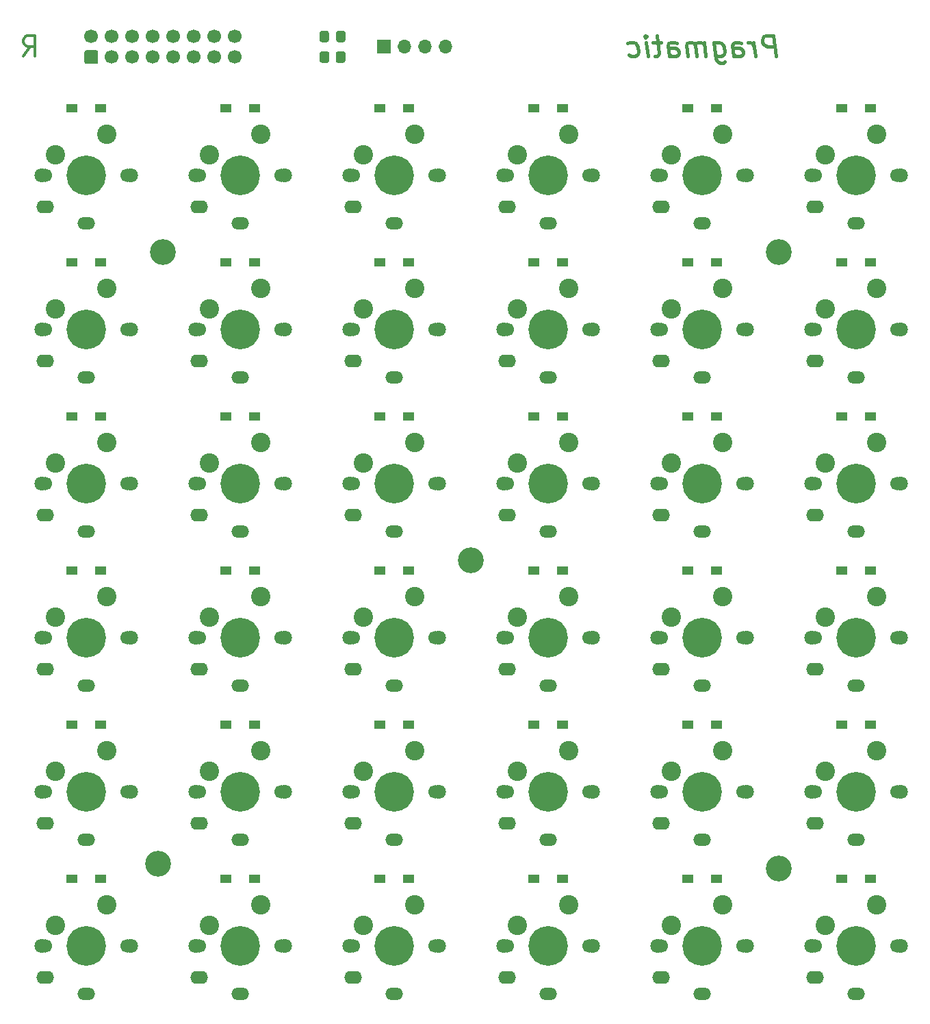
<source format=gbs>
%TF.GenerationSoftware,KiCad,Pcbnew,(5.1.12-1-10_14)*%
%TF.CreationDate,2021-11-22T22:32:19+08:00*%
%TF.ProjectId,Pragmatic,50726167-6d61-4746-9963-2e6b69636164,0.2.1*%
%TF.SameCoordinates,Original*%
%TF.FileFunction,Soldermask,Bot*%
%TF.FilePolarity,Negative*%
%FSLAX46Y46*%
G04 Gerber Fmt 4.6, Leading zero omitted, Abs format (unit mm)*
G04 Created by KiCad (PCBNEW (5.1.12-1-10_14)) date 2021-11-22 22:32:19*
%MOMM*%
%LPD*%
G01*
G04 APERTURE LIST*
%ADD10C,0.304800*%
%ADD11C,0.381000*%
%ADD12C,3.200000*%
%ADD13C,2.400000*%
%ADD14O,2.200000X1.600000*%
%ADD15C,4.900000*%
%ADD16C,1.800000*%
%ADD17O,2.200000X1.500000*%
%ADD18C,1.700000*%
%ADD19O,1.700000X1.700000*%
%ADD20R,1.700000X1.700000*%
%ADD21R,1.400000X1.000000*%
G04 APERTURE END LIST*
D10*
X49378809Y-42424047D02*
X50225476Y-41214523D01*
X50830238Y-42424047D02*
X50830238Y-39884047D01*
X49862619Y-39884047D01*
X49620714Y-40005000D01*
X49499761Y-40125952D01*
X49378809Y-40367857D01*
X49378809Y-40730714D01*
X49499761Y-40972619D01*
X49620714Y-41093571D01*
X49862619Y-41214523D01*
X50830238Y-41214523D01*
D11*
X142487914Y-42424047D02*
X142170414Y-39884047D01*
X141202795Y-39884047D01*
X140976009Y-40005000D01*
X140870176Y-40125952D01*
X140779462Y-40367857D01*
X140824819Y-40730714D01*
X140976009Y-40972619D01*
X141112081Y-41093571D01*
X141369105Y-41214523D01*
X142336724Y-41214523D01*
X139947914Y-42424047D02*
X139736247Y-40730714D01*
X139796724Y-41214523D02*
X139645533Y-40972619D01*
X139509462Y-40851666D01*
X139252438Y-40730714D01*
X139010533Y-40730714D01*
X137286962Y-42424047D02*
X137120652Y-41093571D01*
X137211366Y-40851666D01*
X137438152Y-40730714D01*
X137921962Y-40730714D01*
X138178986Y-40851666D01*
X137271843Y-42303095D02*
X137528866Y-42424047D01*
X138133628Y-42424047D01*
X138360414Y-42303095D01*
X138451128Y-42061190D01*
X138420890Y-41819285D01*
X138269700Y-41577380D01*
X138012676Y-41456428D01*
X137407914Y-41456428D01*
X137150890Y-41335476D01*
X134777200Y-40730714D02*
X135034224Y-42786904D01*
X135185414Y-43028809D01*
X135321486Y-43149761D01*
X135578509Y-43270714D01*
X135941366Y-43270714D01*
X136168152Y-43149761D01*
X134973747Y-42303095D02*
X135230771Y-42424047D01*
X135714581Y-42424047D01*
X135941366Y-42303095D01*
X136047200Y-42182142D01*
X136137914Y-41940238D01*
X136047200Y-41214523D01*
X135896009Y-40972619D01*
X135759938Y-40851666D01*
X135502914Y-40730714D01*
X135019105Y-40730714D01*
X134792319Y-40851666D01*
X133779343Y-42424047D02*
X133567676Y-40730714D01*
X133597914Y-40972619D02*
X133461843Y-40851666D01*
X133204819Y-40730714D01*
X132841962Y-40730714D01*
X132615176Y-40851666D01*
X132524462Y-41093571D01*
X132690771Y-42424047D01*
X132524462Y-41093571D02*
X132373271Y-40851666D01*
X132116247Y-40730714D01*
X131753390Y-40730714D01*
X131526605Y-40851666D01*
X131435890Y-41093571D01*
X131602200Y-42424047D01*
X129304105Y-42424047D02*
X129137795Y-41093571D01*
X129228509Y-40851666D01*
X129455295Y-40730714D01*
X129939105Y-40730714D01*
X130196128Y-40851666D01*
X129288986Y-42303095D02*
X129546009Y-42424047D01*
X130150771Y-42424047D01*
X130377557Y-42303095D01*
X130468271Y-42061190D01*
X130438033Y-41819285D01*
X130286843Y-41577380D01*
X130029819Y-41456428D01*
X129425057Y-41456428D01*
X129168033Y-41335476D01*
X128245771Y-40730714D02*
X127278152Y-40730714D01*
X127777081Y-39884047D02*
X128049224Y-42061190D01*
X127958509Y-42303095D01*
X127731724Y-42424047D01*
X127489819Y-42424047D01*
X126643152Y-42424047D02*
X126431486Y-40730714D01*
X126325652Y-39884047D02*
X126461724Y-40005000D01*
X126355890Y-40125952D01*
X126219819Y-40005000D01*
X126325652Y-39884047D01*
X126355890Y-40125952D01*
X124329938Y-42303095D02*
X124586962Y-42424047D01*
X125070771Y-42424047D01*
X125297557Y-42303095D01*
X125403390Y-42182142D01*
X125494105Y-41940238D01*
X125403390Y-41214523D01*
X125252200Y-40972619D01*
X125116128Y-40851666D01*
X124859105Y-40730714D01*
X124375295Y-40730714D01*
X124148509Y-40851666D01*
D12*
X104775000Y-104775000D03*
X142875000Y-142875000D03*
X142875000Y-66675000D03*
X66040000Y-142240000D03*
X66675000Y-66675000D03*
D13*
X53340000Y-54610000D03*
D14*
X52050000Y-61050000D03*
D13*
X59690000Y-52070000D03*
X59690000Y-52070000D03*
D14*
X52050000Y-61050000D03*
D15*
X57150000Y-57150000D03*
D16*
X51650000Y-57150000D03*
X62650000Y-57150000D03*
D17*
X57150000Y-63050000D03*
D13*
X53340000Y-54610000D03*
D18*
X62230000Y-57150000D03*
X52070000Y-57150000D03*
X75565000Y-40005000D03*
X73025000Y-40005000D03*
X70485000Y-40005000D03*
X67945000Y-40005000D03*
X65405000Y-40005000D03*
X62865000Y-40005000D03*
X60325000Y-40005000D03*
X57785000Y-40005000D03*
X75565000Y-42545000D03*
X73025000Y-42545000D03*
X70485000Y-42545000D03*
X67945000Y-42545000D03*
X65405000Y-42545000D03*
X62865000Y-42545000D03*
X60325000Y-42545000D03*
G36*
G01*
X58385000Y-43395000D02*
X57185000Y-43395000D01*
G75*
G02*
X56935000Y-43145000I0J250000D01*
G01*
X56935000Y-41945000D01*
G75*
G02*
X57185000Y-41695000I250000J0D01*
G01*
X58385000Y-41695000D01*
G75*
G02*
X58635000Y-41945000I0J-250000D01*
G01*
X58635000Y-43145000D01*
G75*
G02*
X58385000Y-43395000I-250000J0D01*
G01*
G37*
D19*
X101600000Y-41275000D03*
X99060000Y-41275000D03*
X96520000Y-41275000D03*
D20*
X93980000Y-41275000D03*
G36*
G01*
X86030000Y-42995400D02*
X86030000Y-42094600D01*
G75*
G02*
X86279600Y-41845000I249600J0D01*
G01*
X86980400Y-41845000D01*
G75*
G02*
X87230000Y-42094600I0J-249600D01*
G01*
X87230000Y-42995400D01*
G75*
G02*
X86980400Y-43245000I-249600J0D01*
G01*
X86279600Y-43245000D01*
G75*
G02*
X86030000Y-42995400I0J249600D01*
G01*
G37*
G36*
G01*
X88030000Y-42995400D02*
X88030000Y-42094600D01*
G75*
G02*
X88279600Y-41845000I249600J0D01*
G01*
X88980400Y-41845000D01*
G75*
G02*
X89230000Y-42094600I0J-249600D01*
G01*
X89230000Y-42995400D01*
G75*
G02*
X88980400Y-43245000I-249600J0D01*
G01*
X88279600Y-43245000D01*
G75*
G02*
X88030000Y-42995400I0J249600D01*
G01*
G37*
G36*
G01*
X88080000Y-40455450D02*
X88080000Y-39554550D01*
G75*
G02*
X88329550Y-39305000I249550J0D01*
G01*
X88980450Y-39305000D01*
G75*
G02*
X89230000Y-39554550I0J-249550D01*
G01*
X89230000Y-40455450D01*
G75*
G02*
X88980450Y-40705000I-249550J0D01*
G01*
X88329550Y-40705000D01*
G75*
G02*
X88080000Y-40455450I0J249550D01*
G01*
G37*
G36*
G01*
X86030000Y-40455450D02*
X86030000Y-39554550D01*
G75*
G02*
X86279550Y-39305000I249550J0D01*
G01*
X86930450Y-39305000D01*
G75*
G02*
X87180000Y-39554550I0J-249550D01*
G01*
X87180000Y-40455450D01*
G75*
G02*
X86930450Y-40705000I-249550J0D01*
G01*
X86279550Y-40705000D01*
G75*
G02*
X86030000Y-40455450I0J249550D01*
G01*
G37*
D13*
X148590000Y-149860000D03*
D14*
X147300000Y-156300000D03*
D13*
X154940000Y-147320000D03*
X154940000Y-147320000D03*
D14*
X147300000Y-156300000D03*
D15*
X152400000Y-152400000D03*
D16*
X146900000Y-152400000D03*
X157900000Y-152400000D03*
D17*
X152400000Y-158300000D03*
D13*
X148590000Y-149860000D03*
D18*
X157480000Y-152400000D03*
X147320000Y-152400000D03*
D13*
X129540000Y-149860000D03*
D14*
X128250000Y-156300000D03*
D13*
X135890000Y-147320000D03*
X135890000Y-147320000D03*
D14*
X128250000Y-156300000D03*
D15*
X133350000Y-152400000D03*
D16*
X127850000Y-152400000D03*
X138850000Y-152400000D03*
D17*
X133350000Y-158300000D03*
D13*
X129540000Y-149860000D03*
D18*
X138430000Y-152400000D03*
X128270000Y-152400000D03*
D13*
X110490000Y-149860000D03*
D14*
X109200000Y-156300000D03*
D13*
X116840000Y-147320000D03*
X116840000Y-147320000D03*
D14*
X109200000Y-156300000D03*
D15*
X114300000Y-152400000D03*
D16*
X108800000Y-152400000D03*
X119800000Y-152400000D03*
D17*
X114300000Y-158300000D03*
D13*
X110490000Y-149860000D03*
D18*
X119380000Y-152400000D03*
X109220000Y-152400000D03*
D13*
X91440000Y-149860000D03*
D14*
X90150000Y-156300000D03*
D13*
X97790000Y-147320000D03*
X97790000Y-147320000D03*
D14*
X90150000Y-156300000D03*
D15*
X95250000Y-152400000D03*
D16*
X89750000Y-152400000D03*
X100750000Y-152400000D03*
D17*
X95250000Y-158300000D03*
D13*
X91440000Y-149860000D03*
D18*
X100330000Y-152400000D03*
X90170000Y-152400000D03*
D13*
X72390000Y-149860000D03*
D14*
X71100000Y-156300000D03*
D13*
X78740000Y-147320000D03*
X78740000Y-147320000D03*
D14*
X71100000Y-156300000D03*
D15*
X76200000Y-152400000D03*
D16*
X70700000Y-152400000D03*
X81700000Y-152400000D03*
D17*
X76200000Y-158300000D03*
D13*
X72390000Y-149860000D03*
D18*
X81280000Y-152400000D03*
X71120000Y-152400000D03*
D13*
X53340000Y-149860000D03*
D14*
X52050000Y-156300000D03*
D13*
X59690000Y-147320000D03*
X59690000Y-147320000D03*
D14*
X52050000Y-156300000D03*
D15*
X57150000Y-152400000D03*
D16*
X51650000Y-152400000D03*
X62650000Y-152400000D03*
D17*
X57150000Y-158300000D03*
D13*
X53340000Y-149860000D03*
D18*
X62230000Y-152400000D03*
X52070000Y-152400000D03*
D13*
X148590000Y-130810000D03*
D14*
X147300000Y-137250000D03*
D13*
X154940000Y-128270000D03*
X154940000Y-128270000D03*
D14*
X147300000Y-137250000D03*
D15*
X152400000Y-133350000D03*
D16*
X146900000Y-133350000D03*
X157900000Y-133350000D03*
D17*
X152400000Y-139250000D03*
D13*
X148590000Y-130810000D03*
D18*
X157480000Y-133350000D03*
X147320000Y-133350000D03*
D13*
X129540000Y-130810000D03*
D14*
X128250000Y-137250000D03*
D13*
X135890000Y-128270000D03*
X135890000Y-128270000D03*
D14*
X128250000Y-137250000D03*
D15*
X133350000Y-133350000D03*
D16*
X127850000Y-133350000D03*
X138850000Y-133350000D03*
D17*
X133350000Y-139250000D03*
D13*
X129540000Y-130810000D03*
D18*
X138430000Y-133350000D03*
X128270000Y-133350000D03*
D13*
X110490000Y-130810000D03*
D14*
X109200000Y-137250000D03*
D13*
X116840000Y-128270000D03*
X116840000Y-128270000D03*
D14*
X109200000Y-137250000D03*
D15*
X114300000Y-133350000D03*
D16*
X108800000Y-133350000D03*
X119800000Y-133350000D03*
D17*
X114300000Y-139250000D03*
D13*
X110490000Y-130810000D03*
D18*
X119380000Y-133350000D03*
X109220000Y-133350000D03*
D13*
X91440000Y-130810000D03*
D14*
X90150000Y-137250000D03*
D13*
X97790000Y-128270000D03*
X97790000Y-128270000D03*
D14*
X90150000Y-137250000D03*
D15*
X95250000Y-133350000D03*
D16*
X89750000Y-133350000D03*
X100750000Y-133350000D03*
D17*
X95250000Y-139250000D03*
D13*
X91440000Y-130810000D03*
D18*
X100330000Y-133350000D03*
X90170000Y-133350000D03*
D13*
X72390000Y-130810000D03*
D14*
X71100000Y-137250000D03*
D13*
X78740000Y-128270000D03*
X78740000Y-128270000D03*
D14*
X71100000Y-137250000D03*
D15*
X76200000Y-133350000D03*
D16*
X70700000Y-133350000D03*
X81700000Y-133350000D03*
D17*
X76200000Y-139250000D03*
D13*
X72390000Y-130810000D03*
D18*
X81280000Y-133350000D03*
X71120000Y-133350000D03*
D13*
X53340000Y-130810000D03*
D14*
X52050000Y-137250000D03*
D13*
X59690000Y-128270000D03*
X59690000Y-128270000D03*
D14*
X52050000Y-137250000D03*
D15*
X57150000Y-133350000D03*
D16*
X51650000Y-133350000D03*
X62650000Y-133350000D03*
D17*
X57150000Y-139250000D03*
D13*
X53340000Y-130810000D03*
D18*
X62230000Y-133350000D03*
X52070000Y-133350000D03*
D13*
X148590000Y-111760000D03*
D14*
X147300000Y-118200000D03*
D13*
X154940000Y-109220000D03*
X154940000Y-109220000D03*
D14*
X147300000Y-118200000D03*
D15*
X152400000Y-114300000D03*
D16*
X146900000Y-114300000D03*
X157900000Y-114300000D03*
D17*
X152400000Y-120200000D03*
D13*
X148590000Y-111760000D03*
D18*
X157480000Y-114300000D03*
X147320000Y-114300000D03*
D13*
X129540000Y-111760000D03*
D14*
X128250000Y-118200000D03*
D13*
X135890000Y-109220000D03*
X135890000Y-109220000D03*
D14*
X128250000Y-118200000D03*
D15*
X133350000Y-114300000D03*
D16*
X127850000Y-114300000D03*
X138850000Y-114300000D03*
D17*
X133350000Y-120200000D03*
D13*
X129540000Y-111760000D03*
D18*
X138430000Y-114300000D03*
X128270000Y-114300000D03*
D13*
X110490000Y-111760000D03*
D14*
X109200000Y-118200000D03*
D13*
X116840000Y-109220000D03*
X116840000Y-109220000D03*
D14*
X109200000Y-118200000D03*
D15*
X114300000Y-114300000D03*
D16*
X108800000Y-114300000D03*
X119800000Y-114300000D03*
D17*
X114300000Y-120200000D03*
D13*
X110490000Y-111760000D03*
D18*
X119380000Y-114300000D03*
X109220000Y-114300000D03*
D13*
X91440000Y-111760000D03*
D14*
X90150000Y-118200000D03*
D13*
X97790000Y-109220000D03*
X97790000Y-109220000D03*
D14*
X90150000Y-118200000D03*
D15*
X95250000Y-114300000D03*
D16*
X89750000Y-114300000D03*
X100750000Y-114300000D03*
D17*
X95250000Y-120200000D03*
D13*
X91440000Y-111760000D03*
D18*
X100330000Y-114300000D03*
X90170000Y-114300000D03*
D13*
X72390000Y-111760000D03*
D14*
X71100000Y-118200000D03*
D13*
X78740000Y-109220000D03*
X78740000Y-109220000D03*
D14*
X71100000Y-118200000D03*
D15*
X76200000Y-114300000D03*
D16*
X70700000Y-114300000D03*
X81700000Y-114300000D03*
D17*
X76200000Y-120200000D03*
D13*
X72390000Y-111760000D03*
D18*
X81280000Y-114300000D03*
X71120000Y-114300000D03*
D13*
X53340000Y-111760000D03*
D14*
X52050000Y-118200000D03*
D13*
X59690000Y-109220000D03*
X59690000Y-109220000D03*
D14*
X52050000Y-118200000D03*
D15*
X57150000Y-114300000D03*
D16*
X51650000Y-114300000D03*
X62650000Y-114300000D03*
D17*
X57150000Y-120200000D03*
D13*
X53340000Y-111760000D03*
D18*
X62230000Y-114300000D03*
X52070000Y-114300000D03*
D13*
X148590000Y-92710000D03*
D14*
X147300000Y-99150000D03*
D13*
X154940000Y-90170000D03*
X154940000Y-90170000D03*
D14*
X147300000Y-99150000D03*
D15*
X152400000Y-95250000D03*
D16*
X146900000Y-95250000D03*
X157900000Y-95250000D03*
D17*
X152400000Y-101150000D03*
D13*
X148590000Y-92710000D03*
D18*
X157480000Y-95250000D03*
X147320000Y-95250000D03*
D13*
X129540000Y-92710000D03*
D14*
X128250000Y-99150000D03*
D13*
X135890000Y-90170000D03*
X135890000Y-90170000D03*
D14*
X128250000Y-99150000D03*
D15*
X133350000Y-95250000D03*
D16*
X127850000Y-95250000D03*
X138850000Y-95250000D03*
D17*
X133350000Y-101150000D03*
D13*
X129540000Y-92710000D03*
D18*
X138430000Y-95250000D03*
X128270000Y-95250000D03*
D13*
X110490000Y-92710000D03*
D14*
X109200000Y-99150000D03*
D13*
X116840000Y-90170000D03*
X116840000Y-90170000D03*
D14*
X109200000Y-99150000D03*
D15*
X114300000Y-95250000D03*
D16*
X108800000Y-95250000D03*
X119800000Y-95250000D03*
D17*
X114300000Y-101150000D03*
D13*
X110490000Y-92710000D03*
D18*
X119380000Y-95250000D03*
X109220000Y-95250000D03*
D13*
X91440000Y-92710000D03*
D14*
X90150000Y-99150000D03*
D13*
X97790000Y-90170000D03*
X97790000Y-90170000D03*
D14*
X90150000Y-99150000D03*
D15*
X95250000Y-95250000D03*
D16*
X89750000Y-95250000D03*
X100750000Y-95250000D03*
D17*
X95250000Y-101150000D03*
D13*
X91440000Y-92710000D03*
D18*
X100330000Y-95250000D03*
X90170000Y-95250000D03*
D13*
X72390000Y-92710000D03*
D14*
X71100000Y-99150000D03*
D13*
X78740000Y-90170000D03*
X78740000Y-90170000D03*
D14*
X71100000Y-99150000D03*
D15*
X76200000Y-95250000D03*
D16*
X70700000Y-95250000D03*
X81700000Y-95250000D03*
D17*
X76200000Y-101150000D03*
D13*
X72390000Y-92710000D03*
D18*
X81280000Y-95250000D03*
X71120000Y-95250000D03*
D13*
X53340000Y-92710000D03*
D14*
X52050000Y-99150000D03*
D13*
X59690000Y-90170000D03*
X59690000Y-90170000D03*
D14*
X52050000Y-99150000D03*
D15*
X57150000Y-95250000D03*
D16*
X51650000Y-95250000D03*
X62650000Y-95250000D03*
D17*
X57150000Y-101150000D03*
D13*
X53340000Y-92710000D03*
D18*
X62230000Y-95250000D03*
X52070000Y-95250000D03*
D13*
X148590000Y-73660000D03*
D14*
X147300000Y-80100000D03*
D13*
X154940000Y-71120000D03*
X154940000Y-71120000D03*
D14*
X147300000Y-80100000D03*
D15*
X152400000Y-76200000D03*
D16*
X146900000Y-76200000D03*
X157900000Y-76200000D03*
D17*
X152400000Y-82100000D03*
D13*
X148590000Y-73660000D03*
D18*
X157480000Y-76200000D03*
X147320000Y-76200000D03*
D13*
X129540000Y-73660000D03*
D14*
X128250000Y-80100000D03*
D13*
X135890000Y-71120000D03*
X135890000Y-71120000D03*
D14*
X128250000Y-80100000D03*
D15*
X133350000Y-76200000D03*
D16*
X127850000Y-76200000D03*
X138850000Y-76200000D03*
D17*
X133350000Y-82100000D03*
D13*
X129540000Y-73660000D03*
D18*
X138430000Y-76200000D03*
X128270000Y-76200000D03*
D13*
X110490000Y-73660000D03*
D14*
X109200000Y-80100000D03*
D13*
X116840000Y-71120000D03*
X116840000Y-71120000D03*
D14*
X109200000Y-80100000D03*
D15*
X114300000Y-76200000D03*
D16*
X108800000Y-76200000D03*
X119800000Y-76200000D03*
D17*
X114300000Y-82100000D03*
D13*
X110490000Y-73660000D03*
D18*
X119380000Y-76200000D03*
X109220000Y-76200000D03*
D13*
X91440000Y-73660000D03*
D14*
X90150000Y-80100000D03*
D13*
X97790000Y-71120000D03*
X97790000Y-71120000D03*
D14*
X90150000Y-80100000D03*
D15*
X95250000Y-76200000D03*
D16*
X89750000Y-76200000D03*
X100750000Y-76200000D03*
D17*
X95250000Y-82100000D03*
D13*
X91440000Y-73660000D03*
D18*
X100330000Y-76200000D03*
X90170000Y-76200000D03*
D13*
X148590000Y-54610000D03*
D14*
X147300000Y-61050000D03*
D13*
X154940000Y-52070000D03*
X154940000Y-52070000D03*
D14*
X147300000Y-61050000D03*
D15*
X152400000Y-57150000D03*
D16*
X146900000Y-57150000D03*
X157900000Y-57150000D03*
D17*
X152400000Y-63050000D03*
D13*
X148590000Y-54610000D03*
D18*
X157480000Y-57150000D03*
X147320000Y-57150000D03*
D13*
X129540000Y-54610000D03*
D14*
X128250000Y-61050000D03*
D13*
X135890000Y-52070000D03*
X135890000Y-52070000D03*
D14*
X128250000Y-61050000D03*
D15*
X133350000Y-57150000D03*
D16*
X127850000Y-57150000D03*
X138850000Y-57150000D03*
D17*
X133350000Y-63050000D03*
D13*
X129540000Y-54610000D03*
D18*
X138430000Y-57150000D03*
X128270000Y-57150000D03*
D13*
X110490000Y-54610000D03*
D14*
X109200000Y-61050000D03*
D13*
X116840000Y-52070000D03*
X116840000Y-52070000D03*
D14*
X109200000Y-61050000D03*
D15*
X114300000Y-57150000D03*
D16*
X108800000Y-57150000D03*
X119800000Y-57150000D03*
D17*
X114300000Y-63050000D03*
D13*
X110490000Y-54610000D03*
D18*
X119380000Y-57150000D03*
X109220000Y-57150000D03*
D13*
X91440000Y-54610000D03*
D14*
X90150000Y-61050000D03*
D13*
X97790000Y-52070000D03*
X97790000Y-52070000D03*
D14*
X90150000Y-61050000D03*
D15*
X95250000Y-57150000D03*
D16*
X89750000Y-57150000D03*
X100750000Y-57150000D03*
D17*
X95250000Y-63050000D03*
D13*
X91440000Y-54610000D03*
D18*
X100330000Y-57150000D03*
X90170000Y-57150000D03*
D21*
X150625000Y-144145000D03*
X154175000Y-144145000D03*
X131575000Y-144145000D03*
X135125000Y-144145000D03*
X112525000Y-144145000D03*
X116075000Y-144145000D03*
X93475000Y-144145000D03*
X97025000Y-144145000D03*
X74425000Y-144145000D03*
X77975000Y-144145000D03*
X55375000Y-144145000D03*
X58925000Y-144145000D03*
X150625000Y-125095000D03*
X154175000Y-125095000D03*
X131575000Y-125095000D03*
X135125000Y-125095000D03*
X112525000Y-125095000D03*
X116075000Y-125095000D03*
X93475000Y-125095000D03*
X97025000Y-125095000D03*
X74425000Y-125095000D03*
X77975000Y-125095000D03*
X55375000Y-125095000D03*
X58925000Y-125095000D03*
X150625000Y-106045000D03*
X154175000Y-106045000D03*
X131575000Y-106045000D03*
X135125000Y-106045000D03*
X112525000Y-106045000D03*
X116075000Y-106045000D03*
X93475000Y-106045000D03*
X97025000Y-106045000D03*
X74425000Y-106045000D03*
X77975000Y-106045000D03*
X55375000Y-106045000D03*
X58925000Y-106045000D03*
X150625000Y-86995000D03*
X154175000Y-86995000D03*
X131575000Y-86995000D03*
X135125000Y-86995000D03*
X112525000Y-86995000D03*
X116075000Y-86995000D03*
X93475000Y-86995000D03*
X97025000Y-86995000D03*
X74425000Y-86995000D03*
X77975000Y-86995000D03*
X55375000Y-86995000D03*
X58925000Y-86995000D03*
X150625000Y-67945000D03*
X154175000Y-67945000D03*
X131575000Y-67945000D03*
X135125000Y-67945000D03*
X112525000Y-67945000D03*
X116075000Y-67945000D03*
X93475000Y-67945000D03*
X97025000Y-67945000D03*
X150625000Y-48895000D03*
X154175000Y-48895000D03*
X131575000Y-48895000D03*
X135125000Y-48895000D03*
X112525000Y-48895000D03*
X116075000Y-48895000D03*
X93475000Y-48895000D03*
X97025000Y-48895000D03*
D13*
X72390000Y-73660000D03*
D14*
X71100000Y-80100000D03*
D13*
X78740000Y-71120000D03*
X78740000Y-71120000D03*
D14*
X71100000Y-80100000D03*
D15*
X76200000Y-76200000D03*
D16*
X70700000Y-76200000D03*
X81700000Y-76200000D03*
D17*
X76200000Y-82100000D03*
D13*
X72390000Y-73660000D03*
D18*
X81280000Y-76200000D03*
X71120000Y-76200000D03*
D13*
X53340000Y-73660000D03*
D14*
X52050000Y-80100000D03*
D13*
X59690000Y-71120000D03*
X59690000Y-71120000D03*
D14*
X52050000Y-80100000D03*
D15*
X57150000Y-76200000D03*
D16*
X51650000Y-76200000D03*
X62650000Y-76200000D03*
D17*
X57150000Y-82100000D03*
D13*
X53340000Y-73660000D03*
D18*
X62230000Y-76200000D03*
X52070000Y-76200000D03*
D13*
X72390000Y-54610000D03*
D14*
X71100000Y-61050000D03*
D13*
X78740000Y-52070000D03*
X78740000Y-52070000D03*
D14*
X71100000Y-61050000D03*
D15*
X76200000Y-57150000D03*
D16*
X70700000Y-57150000D03*
X81700000Y-57150000D03*
D17*
X76200000Y-63050000D03*
D13*
X72390000Y-54610000D03*
D18*
X81280000Y-57150000D03*
X71120000Y-57150000D03*
D21*
X74425000Y-67945000D03*
X77975000Y-67945000D03*
X55375000Y-67945000D03*
X58925000Y-67945000D03*
X74425000Y-48895000D03*
X77975000Y-48895000D03*
X55375000Y-48895000D03*
X58925000Y-48895000D03*
M02*

</source>
